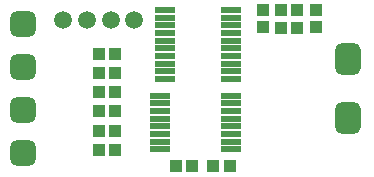
<source format=gbs>
G04*
G04 #@! TF.GenerationSoftware,Altium Limited,Altium Designer,19.0.15 (446)*
G04*
G04 Layer_Color=16711935*
%FSTAX24Y24*%
%MOIN*%
G70*
G01*
G75*
%ADD26R,0.0434X0.0395*%
%ADD31R,0.0395X0.0434*%
%ADD35C,0.0592*%
G04:AMPARAMS|DCode=36|XSize=86.7mil|YSize=86.7mil|CornerRadius=23.7mil|HoleSize=0mil|Usage=FLASHONLY|Rotation=0.000|XOffset=0mil|YOffset=0mil|HoleType=Round|Shape=RoundedRectangle|*
%AMROUNDEDRECTD36*
21,1,0.0867,0.0394,0,0,0.0*
21,1,0.0394,0.0867,0,0,0.0*
1,1,0.0474,0.0197,-0.0197*
1,1,0.0474,-0.0197,-0.0197*
1,1,0.0474,-0.0197,0.0197*
1,1,0.0474,0.0197,0.0197*
%
%ADD36ROUNDEDRECTD36*%
G04:AMPARAMS|DCode=37|XSize=86.7mil|YSize=106.4mil|CornerRadius=23.7mil|HoleSize=0mil|Usage=FLASHONLY|Rotation=0.000|XOffset=0mil|YOffset=0mil|HoleType=Round|Shape=RoundedRectangle|*
%AMROUNDEDRECTD37*
21,1,0.0867,0.0591,0,0,0.0*
21,1,0.0394,0.1064,0,0,0.0*
1,1,0.0474,0.0197,-0.0295*
1,1,0.0474,-0.0197,-0.0295*
1,1,0.0474,-0.0197,0.0295*
1,1,0.0474,0.0197,0.0295*
%
%ADD37ROUNDEDRECTD37*%
%ADD50R,0.0690X0.0198*%
D26*
X073547Y047034D02*
D03*
Y046483D02*
D03*
X071775Y047034D02*
D03*
Y046483D02*
D03*
D31*
X066303Y045578D02*
D03*
X066854D02*
D03*
X072366Y046444D02*
D03*
X072917D02*
D03*
X072366Y047034D02*
D03*
X072917D02*
D03*
X066303Y04494D02*
D03*
X066854D02*
D03*
X066303Y044302D02*
D03*
X066854D02*
D03*
X066303Y043664D02*
D03*
X066854D02*
D03*
X066303Y043027D02*
D03*
X066854D02*
D03*
X069413Y041838D02*
D03*
X068862D02*
D03*
X066303Y042389D02*
D03*
X066854D02*
D03*
X070673Y041838D02*
D03*
X070122D02*
D03*
D35*
X067484Y04672D02*
D03*
X066697D02*
D03*
X065909D02*
D03*
X065122D02*
D03*
D36*
X063783Y045153D02*
D03*
Y046594D02*
D03*
Y043712D02*
D03*
Y042271D02*
D03*
D37*
X074604Y043452D02*
D03*
Y045412D02*
D03*
D50*
X070712Y047044D02*
D03*
Y046788D02*
D03*
Y046533D02*
D03*
Y046277D02*
D03*
Y046021D02*
D03*
Y045765D02*
D03*
Y045509D02*
D03*
Y045253D02*
D03*
Y044997D02*
D03*
Y044741D02*
D03*
X068508D02*
D03*
Y044997D02*
D03*
Y045253D02*
D03*
Y045509D02*
D03*
Y045765D02*
D03*
Y046021D02*
D03*
Y046277D02*
D03*
Y046533D02*
D03*
Y046788D02*
D03*
Y047044D02*
D03*
X070712Y042399D02*
D03*
Y042654D02*
D03*
Y04291D02*
D03*
Y043166D02*
D03*
Y043422D02*
D03*
Y043678D02*
D03*
Y043934D02*
D03*
Y04419D02*
D03*
X06835D02*
D03*
Y043934D02*
D03*
Y043678D02*
D03*
Y043422D02*
D03*
Y043166D02*
D03*
Y04291D02*
D03*
Y042654D02*
D03*
Y042399D02*
D03*
M02*

</source>
